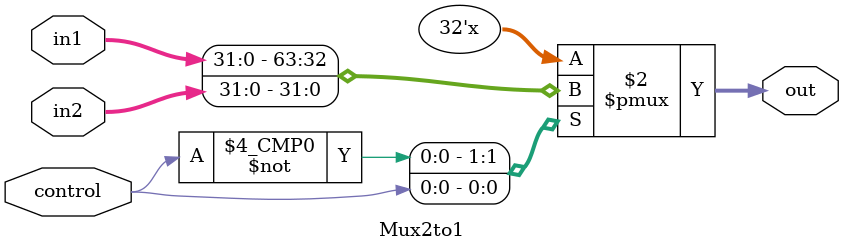
<source format=v>
module Mux2to1 (
	input wire [31:0] in1,
	input wire [31:0] in2,
	input wire control,
	output reg [31:0] out
	);
	
always @* begin
	case (control)
		1'b0: out <= in1;
		1'b1: out <= in2;
	endcase
end

endmodule

</source>
